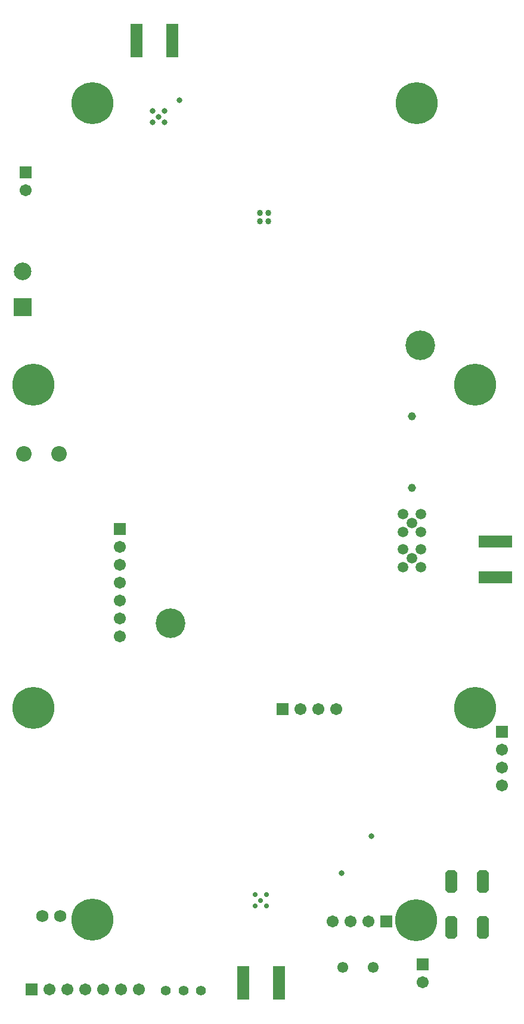
<source format=gbs>
%FSAX24Y24*%
%MOIN*%
G70*
G01*
G75*
G04 Layer_Color=16711935*
%ADD10R,0.0236X0.0236*%
%ADD11R,0.0591X0.1614*%
%ADD12R,0.0591X0.1772*%
%ADD13R,0.0413X0.0866*%
%ADD14R,0.0236X0.0236*%
%ADD15R,0.0472X0.0709*%
%ADD16R,0.0984X0.0984*%
%ADD17O,0.0315X0.0098*%
%ADD18O,0.0098X0.0315*%
%ADD19R,0.0413X0.0591*%
%ADD20R,0.1614X0.0591*%
%ADD21R,0.1772X0.0591*%
%ADD22R,0.0866X0.0413*%
%ADD23O,0.0138X0.0315*%
%ADD24O,0.0315X0.0138*%
%ADD25R,0.0295X0.0118*%
%ADD26R,0.0413X0.0709*%
%ADD27R,0.0315X0.0374*%
%ADD28R,0.1319X0.0965*%
%ADD29R,0.0374X0.0315*%
%ADD30R,0.0591X0.0591*%
%ADD31R,0.0591X0.0591*%
%ADD32O,0.0236X0.0886*%
%ADD33R,0.1024X0.0925*%
%ADD34R,0.0965X0.1319*%
%ADD35R,0.0591X0.0413*%
%ADD36R,0.0110X0.0110*%
%ADD37R,0.0140X0.0140*%
%ADD38R,0.0236X0.0413*%
%ADD39R,0.0354X0.0295*%
%ADD40R,0.0709X0.2953*%
%ADD41R,0.0197X0.1220*%
%ADD42R,0.0787X0.0984*%
%ADD43R,0.0787X0.1299*%
%ADD44R,0.0236X0.0551*%
%ADD45R,0.0433X0.0571*%
%ADD46O,0.0689X0.0217*%
%ADD47O,0.0217X0.0689*%
%ADD48R,0.0295X0.0354*%
%ADD49R,0.0433X0.0748*%
%ADD50R,0.0571X0.0433*%
%ADD51R,0.0394X0.0118*%
%ADD52R,0.0276X0.0118*%
%ADD53R,0.0709X0.0472*%
%ADD54R,0.0610X0.0236*%
%ADD55R,0.0591X0.1102*%
%ADD56R,0.0197X0.0315*%
%ADD57O,0.0177X0.0827*%
%ADD58O,0.0236X0.1358*%
%ADD59R,0.2032X0.1890*%
%ADD60R,0.0236X0.0197*%
%ADD61R,0.0846X0.0984*%
%ADD62R,0.0551X0.0236*%
%ADD63R,0.0709X0.0413*%
%ADD64R,0.0394X0.0138*%
%ADD65R,0.1850X0.1713*%
%ADD66R,0.0579X0.0291*%
%ADD67C,0.0120*%
%ADD68C,0.0100*%
%ADD69C,0.0200*%
%ADD70C,0.0500*%
%ADD71C,0.0300*%
%ADD72C,0.0080*%
%ADD73C,0.0150*%
%ADD74C,0.0800*%
%ADD75C,0.0580*%
%ADD76C,0.0400*%
%ADD77R,0.0091X0.0053*%
%ADD78R,0.0087X0.0171*%
%ADD79R,0.0394X0.0472*%
%ADD80R,0.1415X0.4155*%
%ADD81R,0.6957X0.3940*%
%ADD82R,0.0413X0.1161*%
%ADD83R,0.0757X0.0757*%
%ADD84R,0.0778X0.0256*%
%ADD85R,0.0028X0.0019*%
%ADD86R,0.0044X0.0024*%
%ADD87R,0.0025X0.0044*%
%ADD88R,0.0026X0.0039*%
%ADD89R,0.0029X0.0043*%
%ADD90R,0.0214X0.0034*%
%ADD91R,0.0470X0.0034*%
%ADD92R,0.0065X0.0043*%
%ADD93C,0.1575*%
%ADD94C,0.0591*%
%ADD95C,0.2264*%
%ADD96C,0.0787*%
%ADD97C,0.0532*%
%ADD98C,0.0600*%
%ADD99C,0.0906*%
%ADD100R,0.0906X0.0906*%
%ADD101C,0.0472*%
G04:AMPARAMS|DCode=102|XSize=120mil|YSize=60mil|CornerRadius=0mil|HoleSize=0mil|Usage=FLASHONLY|Rotation=90.000|XOffset=0mil|YOffset=0mil|HoleType=Round|Shape=Octagon|*
%AMOCTAGOND102*
4,1,8,0.0150,0.0600,-0.0150,0.0600,-0.0300,0.0450,-0.0300,-0.0450,-0.0150,-0.0600,0.0150,-0.0600,0.0300,-0.0450,0.0300,0.0450,0.0150,0.0600,0.0*
%
%ADD102OCTAGOND102*%

%ADD103C,0.0512*%
%ADD104C,0.0240*%
%ADD105C,0.0480*%
%ADD106C,0.0260*%
%ADD107C,0.0380*%
%ADD108R,0.0061X0.0050*%
%ADD109C,0.0098*%
%ADD110C,0.0079*%
%ADD111C,0.0040*%
%ADD112C,0.0236*%
%ADD113C,0.0080*%
%ADD114C,0.0059*%
%ADD115C,0.0049*%
%ADD116C,0.0070*%
%ADD117R,0.0217X0.0630*%
%ADD118R,0.0217X0.1024*%
%ADD119R,0.0630X0.0217*%
%ADD120R,0.0177X0.0236*%
%ADD121R,0.0236X0.0177*%
%ADD122R,0.0325X0.0325*%
%ADD123R,0.0335X0.0335*%
%ADD124R,0.0325X0.0335*%
%ADD125R,0.0335X0.0335*%
%ADD126R,0.0325X0.0335*%
%ADD127R,0.0316X0.0316*%
%ADD128R,0.0671X0.1694*%
%ADD129R,0.0671X0.1852*%
%ADD130R,0.0493X0.0946*%
%ADD131R,0.0316X0.0316*%
%ADD132R,0.0552X0.0789*%
%ADD133O,0.0395X0.0178*%
%ADD134O,0.0178X0.0395*%
%ADD135R,0.0493X0.0671*%
%ADD136R,0.1694X0.0671*%
%ADD137R,0.1852X0.0671*%
%ADD138R,0.0946X0.0493*%
%ADD139O,0.0216X0.0393*%
%ADD140O,0.0393X0.0216*%
%ADD141R,0.0375X0.0198*%
%ADD142R,0.0493X0.0789*%
%ADD143R,0.0395X0.0454*%
%ADD144R,0.1399X0.1045*%
%ADD145R,0.0454X0.0395*%
%ADD146R,0.0671X0.0671*%
%ADD147R,0.0671X0.0671*%
%ADD148O,0.0316X0.0966*%
%ADD149R,0.1104X0.1005*%
%ADD150R,0.1045X0.1399*%
%ADD151R,0.0671X0.0493*%
%ADD152O,0.0355X0.0138*%
%ADD153O,0.0138X0.0355*%
%ADD154R,0.0150X0.0150*%
%ADD155R,0.0180X0.0180*%
%ADD156R,0.0276X0.0276*%
%ADD157R,0.0316X0.0493*%
%ADD158R,0.0434X0.0375*%
%ADD159R,0.0789X0.3033*%
%ADD160R,0.1064X0.1064*%
%ADD161R,0.0275X0.1298*%
%ADD162R,0.0867X0.1064*%
%ADD163R,0.0867X0.1379*%
%ADD164R,0.0316X0.0631*%
%ADD165R,0.0513X0.0651*%
%ADD166O,0.0747X0.0275*%
%ADD167O,0.0275X0.0747*%
%ADD168R,0.0375X0.0434*%
%ADD169R,0.0513X0.0828*%
%ADD170R,0.0651X0.0513*%
%ADD171R,0.0474X0.0198*%
%ADD172R,0.0314X0.0156*%
%ADD173R,0.0789X0.0552*%
%ADD174R,0.0690X0.0316*%
%ADD175R,0.0671X0.1182*%
%ADD176R,0.0277X0.0395*%
%ADD177O,0.0257X0.0907*%
%ADD178O,0.0316X0.1438*%
%ADD179R,0.2112X0.1970*%
%ADD180R,0.0316X0.0277*%
%ADD181R,0.0926X0.1064*%
%ADD182R,0.0631X0.0316*%
%ADD183R,0.0789X0.0493*%
%ADD184R,0.0474X0.0218*%
%ADD185R,0.1930X0.1793*%
%ADD186R,0.0659X0.0371*%
%ADD187C,0.1655*%
%ADD188C,0.0671*%
%ADD189C,0.2344*%
%ADD190C,0.0867*%
%ADD191C,0.0612*%
%ADD192C,0.0680*%
%ADD193C,0.0986*%
%ADD194R,0.0986X0.0986*%
%ADD195C,0.0552*%
G04:AMPARAMS|DCode=196|XSize=128mil|YSize=68mil|CornerRadius=0mil|HoleSize=0mil|Usage=FLASHONLY|Rotation=90.000|XOffset=0mil|YOffset=0mil|HoleType=Round|Shape=Octagon|*
%AMOCTAGOND196*
4,1,8,0.0170,0.0640,-0.0170,0.0640,-0.0340,0.0470,-0.0340,-0.0470,-0.0170,-0.0640,0.0170,-0.0640,0.0340,-0.0470,0.0340,0.0470,0.0170,0.0640,0.0*
%
%ADD196OCTAGOND196*%

%ADD197C,0.0592*%
%ADD198C,0.0320*%
%ADD199C,0.0460*%
%ADD200C,0.0340*%
%ADD201C,0.0280*%
D129*
X-006600Y034114D02*
D03*
X-004600D02*
D03*
X001362Y-018560D02*
D03*
X-000638D02*
D03*
D137*
X013470Y004130D02*
D03*
Y006130D02*
D03*
D146*
X013844Y-004517D02*
D03*
X-007525Y006812D02*
D03*
X009415Y-017509D02*
D03*
X-012786Y026734D02*
D03*
D147*
X001565Y-003240D02*
D03*
X007368Y-015125D02*
D03*
X-012440Y-018922D02*
D03*
D187*
X-004700Y001534D02*
D03*
X009276Y017086D02*
D03*
D188*
X004565Y-003240D02*
D03*
X003565D02*
D03*
X002565D02*
D03*
X004368Y-015125D02*
D03*
X005368D02*
D03*
X006368D02*
D03*
X013844Y-005517D02*
D03*
Y-006517D02*
D03*
Y-007517D02*
D03*
X-007525Y004812D02*
D03*
Y005813D02*
D03*
Y003812D02*
D03*
Y002812D02*
D03*
Y001813D02*
D03*
Y000812D02*
D03*
X009415Y-018509D02*
D03*
X-010440Y-018922D02*
D03*
X-011440D02*
D03*
X-009440D02*
D03*
X-008440D02*
D03*
X-007440D02*
D03*
X-006440D02*
D03*
X-012786Y025734D02*
D03*
D189*
X-009061Y030629D02*
D03*
X009061D02*
D03*
X012352Y-003186D02*
D03*
X009060Y-015052D02*
D03*
X-009062Y-015023D02*
D03*
X-012353Y014881D02*
D03*
Y-003178D02*
D03*
X012352Y014881D02*
D03*
D190*
X-012879Y011012D02*
D03*
X-010911D02*
D03*
D191*
X004927Y-017684D02*
D03*
X006659D02*
D03*
D192*
X-011873Y-014832D02*
D03*
X-010873D02*
D03*
D193*
X-012943Y021228D02*
D03*
D194*
Y019227D02*
D03*
D195*
X-003971Y-018985D02*
D03*
X-004955D02*
D03*
X-002987D02*
D03*
D196*
X012775Y-012887D02*
D03*
Y-015447D02*
D03*
X010995Y-012887D02*
D03*
Y-015447D02*
D03*
D197*
X008812Y005176D02*
D03*
X009312Y004676D02*
D03*
X008312Y005676D02*
D03*
Y004676D02*
D03*
X009312Y005676D02*
D03*
Y007645D02*
D03*
X008312Y006645D02*
D03*
Y007645D02*
D03*
X009312Y006645D02*
D03*
X008812Y007145D02*
D03*
D198*
X-005035Y029535D02*
D03*
Y030185D02*
D03*
X-005685Y029535D02*
D03*
Y030185D02*
D03*
X-005350Y029860D02*
D03*
X004872Y-012414D02*
D03*
X006557Y-010364D02*
D03*
X-004189Y030779D02*
D03*
D199*
X008812Y013103D02*
D03*
Y009107D02*
D03*
D200*
X000787Y024479D02*
D03*
Y024006D02*
D03*
X000314Y024479D02*
D03*
Y024006D02*
D03*
D201*
X000353Y-013941D02*
D03*
X000687Y-014266D02*
D03*
Y-013617D02*
D03*
X000038D02*
D03*
Y-014266D02*
D03*
M02*

</source>
